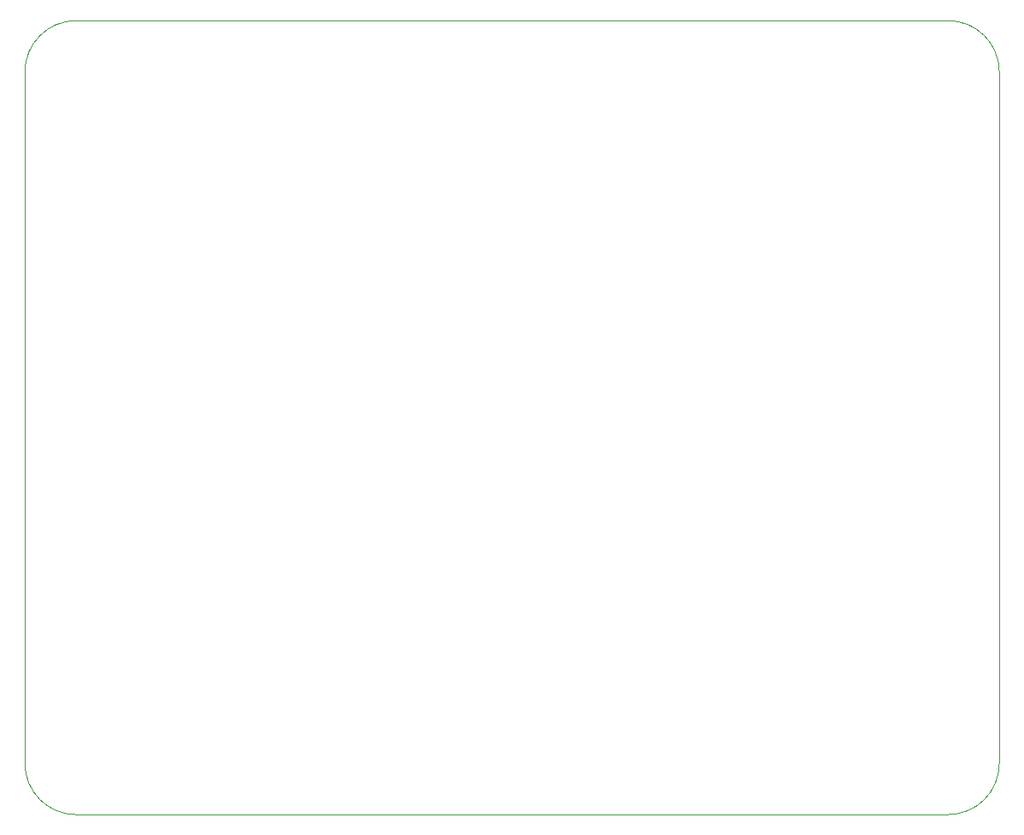
<source format=gm1>
G04 #@! TF.GenerationSoftware,KiCad,Pcbnew,7.0.1*
G04 #@! TF.CreationDate,2023-06-18T22:29:12+02:00*
G04 #@! TF.ProjectId,morsinator-3000,6d6f7273-696e-4617-946f-722d33303030,rev?*
G04 #@! TF.SameCoordinates,Original*
G04 #@! TF.FileFunction,Profile,NP*
%FSLAX46Y46*%
G04 Gerber Fmt 4.6, Leading zero omitted, Abs format (unit mm)*
G04 Created by KiCad (PCBNEW 7.0.1) date 2023-06-18 22:29:12*
%MOMM*%
%LPD*%
G01*
G04 APERTURE LIST*
G04 #@! TA.AperFunction,Profile*
%ADD10C,0.100000*%
G04 #@! TD*
G04 APERTURE END LIST*
D10*
X185360000Y-96500000D02*
X99000000Y-96500000D01*
X99000000Y-17760000D02*
G75*
G03*
X93920000Y-22840000I0J-5080000D01*
G01*
X99000000Y-17760000D02*
X185360000Y-17760000D01*
X93920000Y-91420000D02*
G75*
G03*
X99000000Y-96500000I5080000J0D01*
G01*
X185360000Y-96500000D02*
G75*
G03*
X190440000Y-91420000I0J5080000D01*
G01*
X190440000Y-22840000D02*
G75*
G03*
X185360000Y-17760000I-5080000J0D01*
G01*
X190440000Y-22840000D02*
X190440000Y-91420000D01*
X93920000Y-91420000D02*
X93920000Y-22840000D01*
M02*

</source>
